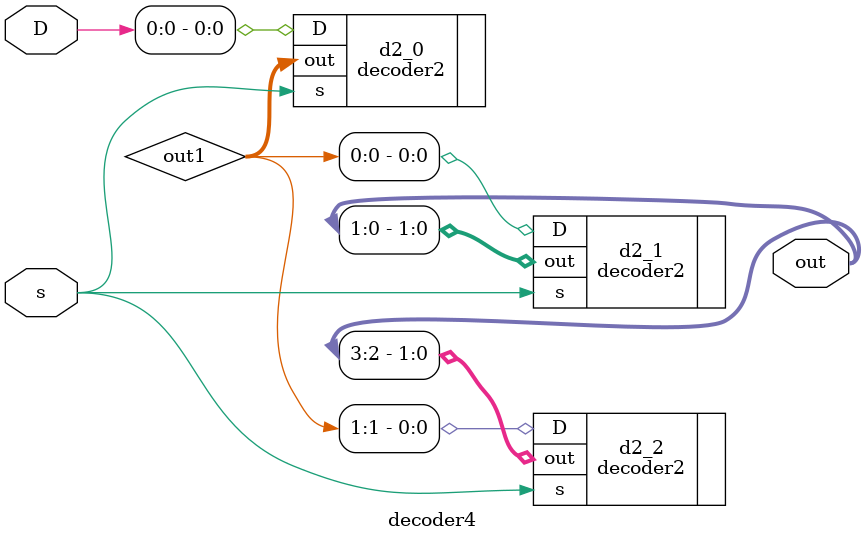
<source format=v>
`timescale 1ns / 1ps
module decoder4(
input [2:0]D,
input s,
output [3:0] out
);
wire [1:0]out1;
decoder2 d2_0 (.D(D[0]), .s(s), .out(out1));
decoder2 d2_1 (.D(out1[0]), .s(s), .out(out[1:0]));
decoder2 d2_2 (.D(out1[1]), .s(s), .out(out[3:2]));



endmodule
</source>
